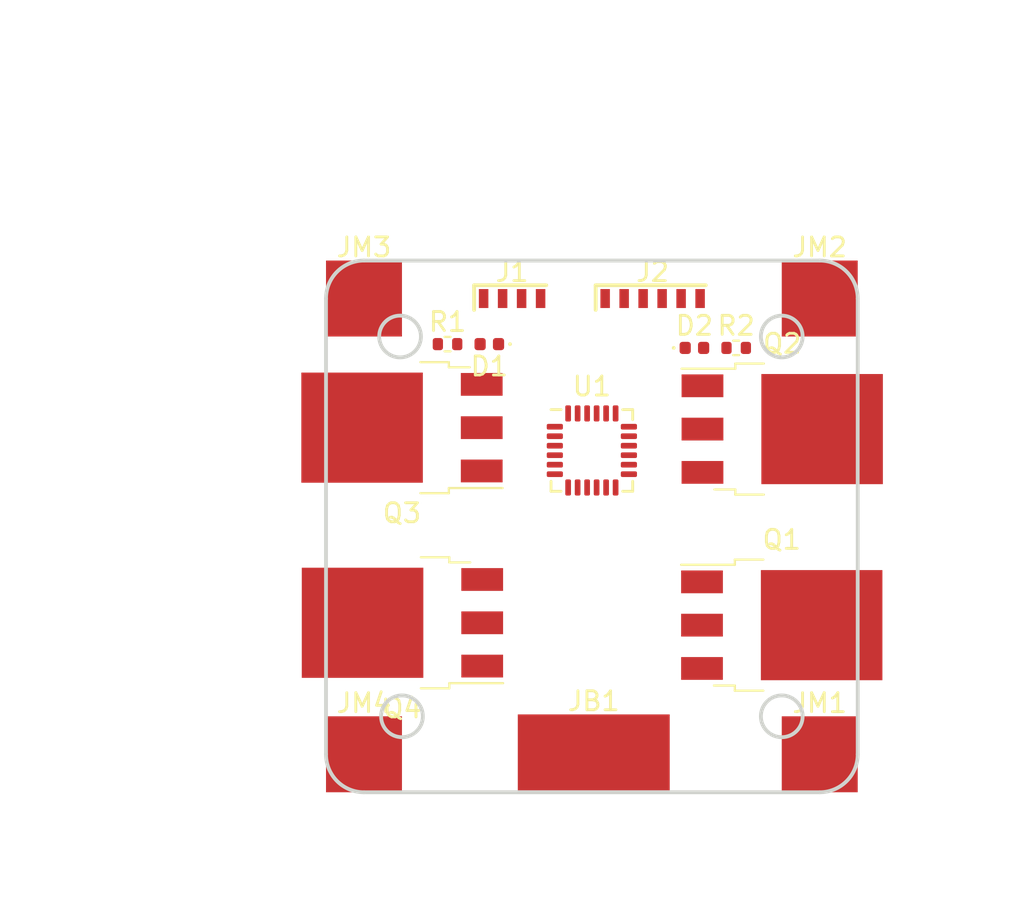
<source format=kicad_pcb>
(kicad_pcb (version 20171130) (host pcbnew 5.1.7)

  (general
    (thickness 2)
    (drawings 16)
    (tracks 0)
    (zones 0)
    (modules 16)
    (nets 25)
  )

  (page A4)
  (title_block
    (title FM02-MB-1)
    (date 2020-10-18)
    (rev v0.1)
    (company sceext2020)
  )

  (layers
    (0 F.Cu mixed)
    (31 B.Cu power)
    (33 F.Adhes user)
    (35 F.Paste user)
    (37 F.SilkS user)
    (38 B.Mask user)
    (39 F.Mask user)
    (40 Dwgs.User user)
    (41 Cmts.User user)
    (42 Eco1.User user)
    (43 Eco2.User user)
    (44 Edge.Cuts user)
    (45 Margin user)
    (46 B.CrtYd user)
    (47 F.CrtYd user)
    (49 F.Fab user)
  )

  (setup
    (last_trace_width 0.2)
    (user_trace_width 0.254)
    (user_trace_width 0.3)
    (user_trace_width 6)
    (trace_clearance 0.16)
    (zone_clearance 0.508)
    (zone_45_only no)
    (trace_min 0.2)
    (via_size 0.5)
    (via_drill 0.4)
    (via_min_size 0.4)
    (via_min_drill 0.4)
    (uvia_size 0.5)
    (uvia_drill 0.4)
    (uvias_allowed no)
    (uvia_min_size 0.4)
    (uvia_min_drill 0.4)
    (edge_width 0.2)
    (segment_width 0.3)
    (pcb_text_width 0.3)
    (pcb_text_size 2.6 4)
    (mod_edge_width 0.2)
    (mod_text_size 1.3 2)
    (mod_text_width 0.2)
    (pad_size 1.524 1.524)
    (pad_drill 0.762)
    (pad_to_mask_clearance 0)
    (aux_axis_origin 154 84)
    (grid_origin 154 84)
    (visible_elements FFFDFF7F)
    (pcbplotparams
      (layerselection 0x010fc_ffffffff)
      (usegerberextensions false)
      (usegerberattributes true)
      (usegerberadvancedattributes true)
      (creategerberjobfile true)
      (excludeedgelayer true)
      (linewidth 0.100000)
      (plotframeref false)
      (viasonmask false)
      (mode 1)
      (useauxorigin false)
      (hpglpennumber 1)
      (hpglpenspeed 20)
      (hpglpendiameter 15.000000)
      (psnegative false)
      (psa4output false)
      (plotreference true)
      (plotvalue true)
      (plotinvisibletext false)
      (padsonsilk false)
      (subtractmaskfromsilk false)
      (outputformat 1)
      (mirror false)
      (drillshape 1)
      (scaleselection 1)
      (outputdirectory ""))
  )

  (net 0 "")
  (net 1 "Net-(D1-Pad2)")
  (net 2 GND)
  (net 3 "Net-(D2-Pad2)")
  (net 4 /QC4)
  (net 5 /QC3)
  (net 6 /QC2)
  (net 7 /QC1)
  (net 8 /SDA1)
  (net 9 /SCL1)
  (net 10 /LED2)
  (net 11 +3V3)
  (net 12 +5V)
  (net 13 +BATT)
  (net 14 /M1)
  (net 15 /M2)
  (net 16 /M3)
  (net 17 /M4)
  (net 18 "Net-(U1-Pad20)")
  (net 19 "Net-(U1-Pad12)")
  (net 20 "Net-(U1-Pad11)")
  (net 21 "Net-(U1-Pad10)")
  (net 22 "Net-(U1-Pad7)")
  (net 23 "Net-(U1-Pad6)")
  (net 24 "Net-(U1-Pad1)")

  (net_class Default "This is the default net class."
    (clearance 0.16)
    (trace_width 0.2)
    (via_dia 0.5)
    (via_drill 0.4)
    (uvia_dia 0.5)
    (uvia_drill 0.4)
    (add_net +3V3)
    (add_net +5V)
    (add_net +BATT)
    (add_net /LED2)
    (add_net /M1)
    (add_net /M2)
    (add_net /M3)
    (add_net /M4)
    (add_net /QC1)
    (add_net /QC2)
    (add_net /QC3)
    (add_net /QC4)
    (add_net /SCL1)
    (add_net /SDA1)
    (add_net GND)
    (add_net "Net-(D1-Pad2)")
    (add_net "Net-(D2-Pad2)")
    (add_net "Net-(U1-Pad1)")
    (add_net "Net-(U1-Pad10)")
    (add_net "Net-(U1-Pad11)")
    (add_net "Net-(U1-Pad12)")
    (add_net "Net-(U1-Pad20)")
    (add_net "Net-(U1-Pad6)")
    (add_net "Net-(U1-Pad7)")
  )

  (module Sensor_Motion:InvenSense_QFN-24_4x4mm_P0.5mm (layer F.Cu) (tedit 5B5A6D8E) (tstamp 5F8D77BC)
    (at 154 80)
    (descr "24-Lead Plastic QFN (4mm x 4mm); Pitch 0.5mm; EP 2.7x2.6mm; for InvenSense motion sensors; keepout area marked (Package see: https://store.invensense.com/datasheets/invensense/MPU-6050_DataSheet_V3%204.pdf; See also https://www.invensense.com/wp-content/uploads/2015/02/InvenSense-MEMS-Handling.pdf)")
    (tags "QFN 0.5")
    (path /5F8CBF4E)
    (attr smd)
    (fp_text reference U1 (at 0 -3.375) (layer F.SilkS)
      (effects (font (size 1 1) (thickness 0.15)))
    )
    (fp_text value MPU-6050 (at 0 3.375) (layer F.Fab)
      (effects (font (size 1 1) (thickness 0.15)))
    )
    (fp_text user Component (at 0 0.55) (layer Cmts.User)
      (effects (font (size 0.2 0.2) (thickness 0.04)))
    )
    (fp_text user "Directly Below" (at 0 0.25) (layer Cmts.User)
      (effects (font (size 0.2 0.2) (thickness 0.04)))
    )
    (fp_text user "No Copper" (at 0 -0.1) (layer Cmts.User)
      (effects (font (size 0.2 0.2) (thickness 0.04)))
    )
    (fp_text user KEEPOUT (at 0 -0.5) (layer Cmts.User)
      (effects (font (size 0.2 0.2) (thickness 0.04)))
    )
    (fp_text user %R (at 0 0) (layer F.Fab)
      (effects (font (size 1 1) (thickness 0.15)))
    )
    (fp_line (start -1 -2) (end 2 -2) (layer F.Fab) (width 0.15))
    (fp_line (start 2 -2) (end 2 2) (layer F.Fab) (width 0.15))
    (fp_line (start 2 2) (end -2 2) (layer F.Fab) (width 0.15))
    (fp_line (start -2 2) (end -2 -1) (layer F.Fab) (width 0.15))
    (fp_line (start -2 -1) (end -1 -2) (layer F.Fab) (width 0.15))
    (fp_line (start -2.65 -2.65) (end -2.65 2.65) (layer F.CrtYd) (width 0.05))
    (fp_line (start 2.65 -2.65) (end 2.65 2.65) (layer F.CrtYd) (width 0.05))
    (fp_line (start -2.65 -2.65) (end 2.65 -2.65) (layer F.CrtYd) (width 0.05))
    (fp_line (start -2.65 2.65) (end 2.65 2.65) (layer F.CrtYd) (width 0.05))
    (fp_line (start 2.15 -2.15) (end 2.15 -1.625) (layer F.SilkS) (width 0.15))
    (fp_line (start -2.15 2.15) (end -2.15 1.625) (layer F.SilkS) (width 0.15))
    (fp_line (start 2.15 2.15) (end 2.15 1.625) (layer F.SilkS) (width 0.15))
    (fp_line (start -2.15 -2.15) (end -1.625 -2.15) (layer F.SilkS) (width 0.15))
    (fp_line (start -2.15 2.15) (end -1.625 2.15) (layer F.SilkS) (width 0.15))
    (fp_line (start 2.15 2.15) (end 1.625 2.15) (layer F.SilkS) (width 0.15))
    (fp_line (start 2.15 -2.15) (end 1.625 -2.15) (layer F.SilkS) (width 0.15))
    (fp_line (start 1.375 1.325) (end 1.375 -1.325) (layer Dwgs.User) (width 0.05))
    (fp_line (start -1.375 1.325) (end -1.375 -1.325) (layer Dwgs.User) (width 0.05))
    (fp_line (start 1.375 -1.325) (end -1.375 -1.325) (layer Dwgs.User) (width 0.05))
    (fp_line (start 1.375 1.325) (end -1.375 1.325) (layer Dwgs.User) (width 0.05))
    (fp_line (start 1.375 0.825) (end 0.875 1.325) (layer Dwgs.User) (width 0.05))
    (fp_line (start 1.375 0.325) (end 0.375 1.325) (layer Dwgs.User) (width 0.05))
    (fp_line (start 1.375 -0.175) (end -0.125 1.325) (layer Dwgs.User) (width 0.05))
    (fp_line (start 1.375 -0.675) (end -0.625 1.325) (layer Dwgs.User) (width 0.05))
    (fp_line (start 1.375 -1.175) (end -1.125 1.325) (layer Dwgs.User) (width 0.05))
    (fp_line (start 1.025 -1.325) (end -1.375 1.075) (layer Dwgs.User) (width 0.05))
    (fp_line (start 0.525 -1.325) (end -1.375 0.575) (layer Dwgs.User) (width 0.05))
    (fp_line (start 0.025 -1.325) (end -1.375 0.075) (layer Dwgs.User) (width 0.05))
    (fp_line (start -0.475 -1.325) (end -1.375 -0.425) (layer Dwgs.User) (width 0.05))
    (fp_line (start -0.975 -1.325) (end -1.375 -0.925) (layer Dwgs.User) (width 0.05))
    (pad 24 smd roundrect (at -1.25 -1.95 90) (size 0.85 0.3) (layers F.Cu F.Paste F.Mask) (roundrect_rratio 0.25)
      (net 8 /SDA1))
    (pad 23 smd roundrect (at -0.75 -1.95 90) (size 0.85 0.3) (layers F.Cu F.Paste F.Mask) (roundrect_rratio 0.25)
      (net 9 /SCL1))
    (pad 22 smd roundrect (at -0.25 -1.95 90) (size 0.85 0.3) (layers F.Cu F.Paste F.Mask) (roundrect_rratio 0.25))
    (pad 21 smd roundrect (at 0.25 -1.95 90) (size 0.85 0.3) (layers F.Cu F.Paste F.Mask) (roundrect_rratio 0.25))
    (pad 20 smd roundrect (at 0.75 -1.95 90) (size 0.85 0.3) (layers F.Cu F.Paste F.Mask) (roundrect_rratio 0.25)
      (net 18 "Net-(U1-Pad20)"))
    (pad 19 smd roundrect (at 1.25 -1.95 90) (size 0.85 0.3) (layers F.Cu F.Paste F.Mask) (roundrect_rratio 0.25))
    (pad 18 smd roundrect (at 1.95 -1.25) (size 0.85 0.3) (layers F.Cu F.Paste F.Mask) (roundrect_rratio 0.25)
      (net 2 GND))
    (pad 17 smd roundrect (at 1.95 -0.75) (size 0.85 0.3) (layers F.Cu F.Paste F.Mask) (roundrect_rratio 0.25))
    (pad 16 smd roundrect (at 1.95 -0.25) (size 0.85 0.3) (layers F.Cu F.Paste F.Mask) (roundrect_rratio 0.25))
    (pad 15 smd roundrect (at 1.95 0.25) (size 0.85 0.3) (layers F.Cu F.Paste F.Mask) (roundrect_rratio 0.25))
    (pad 14 smd roundrect (at 1.95 0.75) (size 0.85 0.3) (layers F.Cu F.Paste F.Mask) (roundrect_rratio 0.25))
    (pad 13 smd roundrect (at 1.95 1.25) (size 0.85 0.3) (layers F.Cu F.Paste F.Mask) (roundrect_rratio 0.25)
      (net 11 +3V3))
    (pad 12 smd roundrect (at 1.25 1.95 90) (size 0.85 0.3) (layers F.Cu F.Paste F.Mask) (roundrect_rratio 0.25)
      (net 19 "Net-(U1-Pad12)"))
    (pad 11 smd roundrect (at 0.75 1.95 90) (size 0.85 0.3) (layers F.Cu F.Paste F.Mask) (roundrect_rratio 0.25)
      (net 20 "Net-(U1-Pad11)"))
    (pad 10 smd roundrect (at 0.25 1.95 90) (size 0.85 0.3) (layers F.Cu F.Paste F.Mask) (roundrect_rratio 0.25)
      (net 21 "Net-(U1-Pad10)"))
    (pad 9 smd roundrect (at -0.25 1.95 90) (size 0.85 0.3) (layers F.Cu F.Paste F.Mask) (roundrect_rratio 0.25)
      (net 2 GND))
    (pad 8 smd roundrect (at -0.75 1.95 90) (size 0.85 0.3) (layers F.Cu F.Paste F.Mask) (roundrect_rratio 0.25)
      (net 11 +3V3))
    (pad 7 smd roundrect (at -1.25 1.95 90) (size 0.85 0.3) (layers F.Cu F.Paste F.Mask) (roundrect_rratio 0.25)
      (net 22 "Net-(U1-Pad7)"))
    (pad 6 smd roundrect (at -1.95 1.25) (size 0.85 0.3) (layers F.Cu F.Paste F.Mask) (roundrect_rratio 0.25)
      (net 23 "Net-(U1-Pad6)"))
    (pad 5 smd roundrect (at -1.95 0.75) (size 0.85 0.3) (layers F.Cu F.Paste F.Mask) (roundrect_rratio 0.25))
    (pad 4 smd roundrect (at -1.95 0.25) (size 0.85 0.3) (layers F.Cu F.Paste F.Mask) (roundrect_rratio 0.25))
    (pad 3 smd roundrect (at -1.95 -0.25) (size 0.85 0.3) (layers F.Cu F.Paste F.Mask) (roundrect_rratio 0.25))
    (pad 2 smd roundrect (at -1.95 -0.75) (size 0.85 0.3) (layers F.Cu F.Paste F.Mask) (roundrect_rratio 0.25))
    (pad 1 smd roundrect (at -1.95 -1.25) (size 0.85 0.3) (layers F.Cu F.Paste F.Mask) (roundrect_rratio 0.25)
      (net 24 "Net-(U1-Pad1)"))
    (model ${KISYS3DMOD}/Package_DFN_QFN.3dshapes/QFN-24-1EP_4x4mm_P0.5mm_EP2.7x2.6mm.wrl
      (at (xyz 0 0 0))
      (scale (xyz 1 1 1))
      (rotate (xyz 0 0 0))
    )
  )

  (module Resistor_SMD:R_0402_1005Metric (layer F.Cu) (tedit 5F68FEEE) (tstamp 5F8D777D)
    (at 161.6 74.6)
    (descr "Resistor SMD 0402 (1005 Metric), square (rectangular) end terminal, IPC_7351 nominal, (Body size source: IPC-SM-782 page 72, https://www.pcb-3d.com/wordpress/wp-content/uploads/ipc-sm-782a_amendment_1_and_2.pdf), generated with kicad-footprint-generator")
    (tags resistor)
    (path /5F8D8CCB)
    (attr smd)
    (fp_text reference R2 (at 0 -1.17) (layer F.SilkS)
      (effects (font (size 1 1) (thickness 0.15)))
    )
    (fp_text value 100 (at 0 1.17) (layer F.Fab)
      (effects (font (size 1 1) (thickness 0.15)))
    )
    (fp_text user %R (at 0 0) (layer F.Fab)
      (effects (font (size 0.26 0.26) (thickness 0.04)))
    )
    (fp_line (start -0.525 0.27) (end -0.525 -0.27) (layer F.Fab) (width 0.1))
    (fp_line (start -0.525 -0.27) (end 0.525 -0.27) (layer F.Fab) (width 0.1))
    (fp_line (start 0.525 -0.27) (end 0.525 0.27) (layer F.Fab) (width 0.1))
    (fp_line (start 0.525 0.27) (end -0.525 0.27) (layer F.Fab) (width 0.1))
    (fp_line (start -0.153641 -0.38) (end 0.153641 -0.38) (layer F.SilkS) (width 0.12))
    (fp_line (start -0.153641 0.38) (end 0.153641 0.38) (layer F.SilkS) (width 0.12))
    (fp_line (start -0.93 0.47) (end -0.93 -0.47) (layer F.CrtYd) (width 0.05))
    (fp_line (start -0.93 -0.47) (end 0.93 -0.47) (layer F.CrtYd) (width 0.05))
    (fp_line (start 0.93 -0.47) (end 0.93 0.47) (layer F.CrtYd) (width 0.05))
    (fp_line (start 0.93 0.47) (end -0.93 0.47) (layer F.CrtYd) (width 0.05))
    (pad 2 smd roundrect (at 0.51 0) (size 0.54 0.64) (layers F.Cu F.Paste F.Mask) (roundrect_rratio 0.25)
      (net 3 "Net-(D2-Pad2)"))
    (pad 1 smd roundrect (at -0.51 0) (size 0.54 0.64) (layers F.Cu F.Paste F.Mask) (roundrect_rratio 0.25)
      (net 10 /LED2))
    (model ${KISYS3DMOD}/Resistor_SMD.3dshapes/R_0402_1005Metric.wrl
      (at (xyz 0 0 0))
      (scale (xyz 1 1 1))
      (rotate (xyz 0 0 0))
    )
  )

  (module Resistor_SMD:R_0402_1005Metric (layer F.Cu) (tedit 5F68FEEE) (tstamp 5F8D776C)
    (at 146.4 74.4)
    (descr "Resistor SMD 0402 (1005 Metric), square (rectangular) end terminal, IPC_7351 nominal, (Body size source: IPC-SM-782 page 72, https://www.pcb-3d.com/wordpress/wp-content/uploads/ipc-sm-782a_amendment_1_and_2.pdf), generated with kicad-footprint-generator")
    (tags resistor)
    (path /5F8D4647)
    (attr smd)
    (fp_text reference R1 (at 0 -1.17) (layer F.SilkS)
      (effects (font (size 1 1) (thickness 0.15)))
    )
    (fp_text value 100 (at 0 1.17) (layer F.Fab)
      (effects (font (size 1 1) (thickness 0.15)))
    )
    (fp_text user %R (at 0 0) (layer F.Fab)
      (effects (font (size 0.26 0.26) (thickness 0.04)))
    )
    (fp_line (start -0.525 0.27) (end -0.525 -0.27) (layer F.Fab) (width 0.1))
    (fp_line (start -0.525 -0.27) (end 0.525 -0.27) (layer F.Fab) (width 0.1))
    (fp_line (start 0.525 -0.27) (end 0.525 0.27) (layer F.Fab) (width 0.1))
    (fp_line (start 0.525 0.27) (end -0.525 0.27) (layer F.Fab) (width 0.1))
    (fp_line (start -0.153641 -0.38) (end 0.153641 -0.38) (layer F.SilkS) (width 0.12))
    (fp_line (start -0.153641 0.38) (end 0.153641 0.38) (layer F.SilkS) (width 0.12))
    (fp_line (start -0.93 0.47) (end -0.93 -0.47) (layer F.CrtYd) (width 0.05))
    (fp_line (start -0.93 -0.47) (end 0.93 -0.47) (layer F.CrtYd) (width 0.05))
    (fp_line (start 0.93 -0.47) (end 0.93 0.47) (layer F.CrtYd) (width 0.05))
    (fp_line (start 0.93 0.47) (end -0.93 0.47) (layer F.CrtYd) (width 0.05))
    (pad 2 smd roundrect (at 0.51 0) (size 0.54 0.64) (layers F.Cu F.Paste F.Mask) (roundrect_rratio 0.25)
      (net 1 "Net-(D1-Pad2)"))
    (pad 1 smd roundrect (at -0.51 0) (size 0.54 0.64) (layers F.Cu F.Paste F.Mask) (roundrect_rratio 0.25)
      (net 11 +3V3))
    (model ${KISYS3DMOD}/Resistor_SMD.3dshapes/R_0402_1005Metric.wrl
      (at (xyz 0 0 0))
      (scale (xyz 1 1 1))
      (rotate (xyz 0 0 0))
    )
  )

  (module Package_TO_SOT_SMD:TO-252-3_TabPin2 (layer F.Cu) (tedit 5A70F30B) (tstamp 5F8D775B)
    (at 144.025 89.075 180)
    (descr "TO-252 / DPAK SMD package, http://www.infineon.com/cms/en/product/packages/PG-TO252/PG-TO252-3-1/")
    (tags "DPAK TO-252 DPAK-3 TO-252-3 SOT-428")
    (path /5F8C48F1)
    (attr smd)
    (fp_text reference Q4 (at 0 -4.5) (layer F.SilkS)
      (effects (font (size 1 1) (thickness 0.15)))
    )
    (fp_text value Q_NMOS_DGS (at 0 4.5) (layer F.Fab)
      (effects (font (size 1 1) (thickness 0.15)))
    )
    (fp_text user %R (at 0 0) (layer F.Fab)
      (effects (font (size 1 1) (thickness 0.15)))
    )
    (fp_line (start 3.95 -2.7) (end 4.95 -2.7) (layer F.Fab) (width 0.1))
    (fp_line (start 4.95 -2.7) (end 4.95 2.7) (layer F.Fab) (width 0.1))
    (fp_line (start 4.95 2.7) (end 3.95 2.7) (layer F.Fab) (width 0.1))
    (fp_line (start 3.95 -3.25) (end 3.95 3.25) (layer F.Fab) (width 0.1))
    (fp_line (start 3.95 3.25) (end -2.27 3.25) (layer F.Fab) (width 0.1))
    (fp_line (start -2.27 3.25) (end -2.27 -2.25) (layer F.Fab) (width 0.1))
    (fp_line (start -2.27 -2.25) (end -1.27 -3.25) (layer F.Fab) (width 0.1))
    (fp_line (start -1.27 -3.25) (end 3.95 -3.25) (layer F.Fab) (width 0.1))
    (fp_line (start -1.865 -2.655) (end -4.97 -2.655) (layer F.Fab) (width 0.1))
    (fp_line (start -4.97 -2.655) (end -4.97 -1.905) (layer F.Fab) (width 0.1))
    (fp_line (start -4.97 -1.905) (end -2.27 -1.905) (layer F.Fab) (width 0.1))
    (fp_line (start -2.27 -0.375) (end -4.97 -0.375) (layer F.Fab) (width 0.1))
    (fp_line (start -4.97 -0.375) (end -4.97 0.375) (layer F.Fab) (width 0.1))
    (fp_line (start -4.97 0.375) (end -2.27 0.375) (layer F.Fab) (width 0.1))
    (fp_line (start -2.27 1.905) (end -4.97 1.905) (layer F.Fab) (width 0.1))
    (fp_line (start -4.97 1.905) (end -4.97 2.655) (layer F.Fab) (width 0.1))
    (fp_line (start -4.97 2.655) (end -2.27 2.655) (layer F.Fab) (width 0.1))
    (fp_line (start -0.97 -3.45) (end -2.47 -3.45) (layer F.SilkS) (width 0.12))
    (fp_line (start -2.47 -3.45) (end -2.47 -3.18) (layer F.SilkS) (width 0.12))
    (fp_line (start -2.47 -3.18) (end -5.3 -3.18) (layer F.SilkS) (width 0.12))
    (fp_line (start -0.97 3.45) (end -2.47 3.45) (layer F.SilkS) (width 0.12))
    (fp_line (start -2.47 3.45) (end -2.47 3.18) (layer F.SilkS) (width 0.12))
    (fp_line (start -2.47 3.18) (end -3.57 3.18) (layer F.SilkS) (width 0.12))
    (fp_line (start -5.55 -3.5) (end -5.55 3.5) (layer F.CrtYd) (width 0.05))
    (fp_line (start -5.55 3.5) (end 5.55 3.5) (layer F.CrtYd) (width 0.05))
    (fp_line (start 5.55 3.5) (end 5.55 -3.5) (layer F.CrtYd) (width 0.05))
    (fp_line (start 5.55 -3.5) (end -5.55 -3.5) (layer F.CrtYd) (width 0.05))
    (pad "" smd rect (at 0.425 1.525 180) (size 3.05 2.75) (layers F.Paste))
    (pad "" smd rect (at 3.775 -1.525 180) (size 3.05 2.75) (layers F.Paste))
    (pad "" smd rect (at 0.425 -1.525 180) (size 3.05 2.75) (layers F.Paste))
    (pad "" smd rect (at 3.775 1.525 180) (size 3.05 2.75) (layers F.Paste))
    (pad 2 smd rect (at 2.1 0 180) (size 6.4 5.8) (layers F.Cu F.Mask)
      (net 4 /QC4))
    (pad 3 smd rect (at -4.2 2.28 180) (size 2.2 1.2) (layers F.Cu F.Paste F.Mask)
      (net 17 /M4))
    (pad 2 smd rect (at -4.2 0 180) (size 2.2 1.2) (layers F.Cu F.Paste F.Mask)
      (net 4 /QC4))
    (pad 1 smd rect (at -4.2 -2.28 180) (size 2.2 1.2) (layers F.Cu F.Paste F.Mask)
      (net 13 +BATT))
    (model ${KISYS3DMOD}/Package_TO_SOT_SMD.3dshapes/TO-252-3_TabPin2.wrl
      (at (xyz 0 0 0))
      (scale (xyz 1 1 1))
      (rotate (xyz 0 0 0))
    )
  )

  (module Package_TO_SOT_SMD:TO-252-3_TabPin2 (layer F.Cu) (tedit 5A70F30B) (tstamp 5F8D7733)
    (at 144 78.8 180)
    (descr "TO-252 / DPAK SMD package, http://www.infineon.com/cms/en/product/packages/PG-TO252/PG-TO252-3-1/")
    (tags "DPAK TO-252 DPAK-3 TO-252-3 SOT-428")
    (path /5F8C42D7)
    (attr smd)
    (fp_text reference Q3 (at 0 -4.5) (layer F.SilkS)
      (effects (font (size 1 1) (thickness 0.15)))
    )
    (fp_text value Q_NMOS_DGS (at 0 4.5) (layer F.Fab)
      (effects (font (size 1 1) (thickness 0.15)))
    )
    (fp_text user %R (at 0 0) (layer F.Fab)
      (effects (font (size 1 1) (thickness 0.15)))
    )
    (fp_line (start 3.95 -2.7) (end 4.95 -2.7) (layer F.Fab) (width 0.1))
    (fp_line (start 4.95 -2.7) (end 4.95 2.7) (layer F.Fab) (width 0.1))
    (fp_line (start 4.95 2.7) (end 3.95 2.7) (layer F.Fab) (width 0.1))
    (fp_line (start 3.95 -3.25) (end 3.95 3.25) (layer F.Fab) (width 0.1))
    (fp_line (start 3.95 3.25) (end -2.27 3.25) (layer F.Fab) (width 0.1))
    (fp_line (start -2.27 3.25) (end -2.27 -2.25) (layer F.Fab) (width 0.1))
    (fp_line (start -2.27 -2.25) (end -1.27 -3.25) (layer F.Fab) (width 0.1))
    (fp_line (start -1.27 -3.25) (end 3.95 -3.25) (layer F.Fab) (width 0.1))
    (fp_line (start -1.865 -2.655) (end -4.97 -2.655) (layer F.Fab) (width 0.1))
    (fp_line (start -4.97 -2.655) (end -4.97 -1.905) (layer F.Fab) (width 0.1))
    (fp_line (start -4.97 -1.905) (end -2.27 -1.905) (layer F.Fab) (width 0.1))
    (fp_line (start -2.27 -0.375) (end -4.97 -0.375) (layer F.Fab) (width 0.1))
    (fp_line (start -4.97 -0.375) (end -4.97 0.375) (layer F.Fab) (width 0.1))
    (fp_line (start -4.97 0.375) (end -2.27 0.375) (layer F.Fab) (width 0.1))
    (fp_line (start -2.27 1.905) (end -4.97 1.905) (layer F.Fab) (width 0.1))
    (fp_line (start -4.97 1.905) (end -4.97 2.655) (layer F.Fab) (width 0.1))
    (fp_line (start -4.97 2.655) (end -2.27 2.655) (layer F.Fab) (width 0.1))
    (fp_line (start -0.97 -3.45) (end -2.47 -3.45) (layer F.SilkS) (width 0.12))
    (fp_line (start -2.47 -3.45) (end -2.47 -3.18) (layer F.SilkS) (width 0.12))
    (fp_line (start -2.47 -3.18) (end -5.3 -3.18) (layer F.SilkS) (width 0.12))
    (fp_line (start -0.97 3.45) (end -2.47 3.45) (layer F.SilkS) (width 0.12))
    (fp_line (start -2.47 3.45) (end -2.47 3.18) (layer F.SilkS) (width 0.12))
    (fp_line (start -2.47 3.18) (end -3.57 3.18) (layer F.SilkS) (width 0.12))
    (fp_line (start -5.55 -3.5) (end -5.55 3.5) (layer F.CrtYd) (width 0.05))
    (fp_line (start -5.55 3.5) (end 5.55 3.5) (layer F.CrtYd) (width 0.05))
    (fp_line (start 5.55 3.5) (end 5.55 -3.5) (layer F.CrtYd) (width 0.05))
    (fp_line (start 5.55 -3.5) (end -5.55 -3.5) (layer F.CrtYd) (width 0.05))
    (pad "" smd rect (at 0.425 1.525 180) (size 3.05 2.75) (layers F.Paste))
    (pad "" smd rect (at 3.775 -1.525 180) (size 3.05 2.75) (layers F.Paste))
    (pad "" smd rect (at 0.425 -1.525 180) (size 3.05 2.75) (layers F.Paste))
    (pad "" smd rect (at 3.775 1.525 180) (size 3.05 2.75) (layers F.Paste))
    (pad 2 smd rect (at 2.1 0 180) (size 6.4 5.8) (layers F.Cu F.Mask)
      (net 5 /QC3))
    (pad 3 smd rect (at -4.2 2.28 180) (size 2.2 1.2) (layers F.Cu F.Paste F.Mask)
      (net 16 /M3))
    (pad 2 smd rect (at -4.2 0 180) (size 2.2 1.2) (layers F.Cu F.Paste F.Mask)
      (net 5 /QC3))
    (pad 1 smd rect (at -4.2 -2.28 180) (size 2.2 1.2) (layers F.Cu F.Paste F.Mask)
      (net 13 +BATT))
    (model ${KISYS3DMOD}/Package_TO_SOT_SMD.3dshapes/TO-252-3_TabPin2.wrl
      (at (xyz 0 0 0))
      (scale (xyz 1 1 1))
      (rotate (xyz 0 0 0))
    )
  )

  (module Package_TO_SOT_SMD:TO-252-3_TabPin2 (layer F.Cu) (tedit 5A70F30B) (tstamp 5F8D770B)
    (at 164.025 78.875)
    (descr "TO-252 / DPAK SMD package, http://www.infineon.com/cms/en/product/packages/PG-TO252/PG-TO252-3-1/")
    (tags "DPAK TO-252 DPAK-3 TO-252-3 SOT-428")
    (path /5F8C3CDC)
    (attr smd)
    (fp_text reference Q2 (at 0 -4.5) (layer F.SilkS)
      (effects (font (size 1 1) (thickness 0.15)))
    )
    (fp_text value Q_NMOS_DGS (at 0 4.5) (layer F.Fab)
      (effects (font (size 1 1) (thickness 0.15)))
    )
    (fp_text user %R (at 0 0) (layer F.Fab)
      (effects (font (size 1 1) (thickness 0.15)))
    )
    (fp_line (start 3.95 -2.7) (end 4.95 -2.7) (layer F.Fab) (width 0.1))
    (fp_line (start 4.95 -2.7) (end 4.95 2.7) (layer F.Fab) (width 0.1))
    (fp_line (start 4.95 2.7) (end 3.95 2.7) (layer F.Fab) (width 0.1))
    (fp_line (start 3.95 -3.25) (end 3.95 3.25) (layer F.Fab) (width 0.1))
    (fp_line (start 3.95 3.25) (end -2.27 3.25) (layer F.Fab) (width 0.1))
    (fp_line (start -2.27 3.25) (end -2.27 -2.25) (layer F.Fab) (width 0.1))
    (fp_line (start -2.27 -2.25) (end -1.27 -3.25) (layer F.Fab) (width 0.1))
    (fp_line (start -1.27 -3.25) (end 3.95 -3.25) (layer F.Fab) (width 0.1))
    (fp_line (start -1.865 -2.655) (end -4.97 -2.655) (layer F.Fab) (width 0.1))
    (fp_line (start -4.97 -2.655) (end -4.97 -1.905) (layer F.Fab) (width 0.1))
    (fp_line (start -4.97 -1.905) (end -2.27 -1.905) (layer F.Fab) (width 0.1))
    (fp_line (start -2.27 -0.375) (end -4.97 -0.375) (layer F.Fab) (width 0.1))
    (fp_line (start -4.97 -0.375) (end -4.97 0.375) (layer F.Fab) (width 0.1))
    (fp_line (start -4.97 0.375) (end -2.27 0.375) (layer F.Fab) (width 0.1))
    (fp_line (start -2.27 1.905) (end -4.97 1.905) (layer F.Fab) (width 0.1))
    (fp_line (start -4.97 1.905) (end -4.97 2.655) (layer F.Fab) (width 0.1))
    (fp_line (start -4.97 2.655) (end -2.27 2.655) (layer F.Fab) (width 0.1))
    (fp_line (start -0.97 -3.45) (end -2.47 -3.45) (layer F.SilkS) (width 0.12))
    (fp_line (start -2.47 -3.45) (end -2.47 -3.18) (layer F.SilkS) (width 0.12))
    (fp_line (start -2.47 -3.18) (end -5.3 -3.18) (layer F.SilkS) (width 0.12))
    (fp_line (start -0.97 3.45) (end -2.47 3.45) (layer F.SilkS) (width 0.12))
    (fp_line (start -2.47 3.45) (end -2.47 3.18) (layer F.SilkS) (width 0.12))
    (fp_line (start -2.47 3.18) (end -3.57 3.18) (layer F.SilkS) (width 0.12))
    (fp_line (start -5.55 -3.5) (end -5.55 3.5) (layer F.CrtYd) (width 0.05))
    (fp_line (start -5.55 3.5) (end 5.55 3.5) (layer F.CrtYd) (width 0.05))
    (fp_line (start 5.55 3.5) (end 5.55 -3.5) (layer F.CrtYd) (width 0.05))
    (fp_line (start 5.55 -3.5) (end -5.55 -3.5) (layer F.CrtYd) (width 0.05))
    (pad "" smd rect (at 0.425 1.525) (size 3.05 2.75) (layers F.Paste))
    (pad "" smd rect (at 3.775 -1.525) (size 3.05 2.75) (layers F.Paste))
    (pad "" smd rect (at 0.425 -1.525) (size 3.05 2.75) (layers F.Paste))
    (pad "" smd rect (at 3.775 1.525) (size 3.05 2.75) (layers F.Paste))
    (pad 2 smd rect (at 2.1 0) (size 6.4 5.8) (layers F.Cu F.Mask)
      (net 6 /QC2))
    (pad 3 smd rect (at -4.2 2.28) (size 2.2 1.2) (layers F.Cu F.Paste F.Mask)
      (net 15 /M2))
    (pad 2 smd rect (at -4.2 0) (size 2.2 1.2) (layers F.Cu F.Paste F.Mask)
      (net 6 /QC2))
    (pad 1 smd rect (at -4.2 -2.28) (size 2.2 1.2) (layers F.Cu F.Paste F.Mask)
      (net 13 +BATT))
    (model ${KISYS3DMOD}/Package_TO_SOT_SMD.3dshapes/TO-252-3_TabPin2.wrl
      (at (xyz 0 0 0))
      (scale (xyz 1 1 1))
      (rotate (xyz 0 0 0))
    )
  )

  (module Package_TO_SOT_SMD:TO-252-3_TabPin2 (layer F.Cu) (tedit 5A70F30B) (tstamp 5F8D76E3)
    (at 164 89.2)
    (descr "TO-252 / DPAK SMD package, http://www.infineon.com/cms/en/product/packages/PG-TO252/PG-TO252-3-1/")
    (tags "DPAK TO-252 DPAK-3 TO-252-3 SOT-428")
    (path /5F8C37E1)
    (attr smd)
    (fp_text reference Q1 (at 0 -4.5) (layer F.SilkS)
      (effects (font (size 1 1) (thickness 0.15)))
    )
    (fp_text value Q_NMOS_DGS (at 0 4.5) (layer F.Fab)
      (effects (font (size 1 1) (thickness 0.15)))
    )
    (fp_text user %R (at 0 0) (layer F.Fab)
      (effects (font (size 1 1) (thickness 0.15)))
    )
    (fp_line (start 3.95 -2.7) (end 4.95 -2.7) (layer F.Fab) (width 0.1))
    (fp_line (start 4.95 -2.7) (end 4.95 2.7) (layer F.Fab) (width 0.1))
    (fp_line (start 4.95 2.7) (end 3.95 2.7) (layer F.Fab) (width 0.1))
    (fp_line (start 3.95 -3.25) (end 3.95 3.25) (layer F.Fab) (width 0.1))
    (fp_line (start 3.95 3.25) (end -2.27 3.25) (layer F.Fab) (width 0.1))
    (fp_line (start -2.27 3.25) (end -2.27 -2.25) (layer F.Fab) (width 0.1))
    (fp_line (start -2.27 -2.25) (end -1.27 -3.25) (layer F.Fab) (width 0.1))
    (fp_line (start -1.27 -3.25) (end 3.95 -3.25) (layer F.Fab) (width 0.1))
    (fp_line (start -1.865 -2.655) (end -4.97 -2.655) (layer F.Fab) (width 0.1))
    (fp_line (start -4.97 -2.655) (end -4.97 -1.905) (layer F.Fab) (width 0.1))
    (fp_line (start -4.97 -1.905) (end -2.27 -1.905) (layer F.Fab) (width 0.1))
    (fp_line (start -2.27 -0.375) (end -4.97 -0.375) (layer F.Fab) (width 0.1))
    (fp_line (start -4.97 -0.375) (end -4.97 0.375) (layer F.Fab) (width 0.1))
    (fp_line (start -4.97 0.375) (end -2.27 0.375) (layer F.Fab) (width 0.1))
    (fp_line (start -2.27 1.905) (end -4.97 1.905) (layer F.Fab) (width 0.1))
    (fp_line (start -4.97 1.905) (end -4.97 2.655) (layer F.Fab) (width 0.1))
    (fp_line (start -4.97 2.655) (end -2.27 2.655) (layer F.Fab) (width 0.1))
    (fp_line (start -0.97 -3.45) (end -2.47 -3.45) (layer F.SilkS) (width 0.12))
    (fp_line (start -2.47 -3.45) (end -2.47 -3.18) (layer F.SilkS) (width 0.12))
    (fp_line (start -2.47 -3.18) (end -5.3 -3.18) (layer F.SilkS) (width 0.12))
    (fp_line (start -0.97 3.45) (end -2.47 3.45) (layer F.SilkS) (width 0.12))
    (fp_line (start -2.47 3.45) (end -2.47 3.18) (layer F.SilkS) (width 0.12))
    (fp_line (start -2.47 3.18) (end -3.57 3.18) (layer F.SilkS) (width 0.12))
    (fp_line (start -5.55 -3.5) (end -5.55 3.5) (layer F.CrtYd) (width 0.05))
    (fp_line (start -5.55 3.5) (end 5.55 3.5) (layer F.CrtYd) (width 0.05))
    (fp_line (start 5.55 3.5) (end 5.55 -3.5) (layer F.CrtYd) (width 0.05))
    (fp_line (start 5.55 -3.5) (end -5.55 -3.5) (layer F.CrtYd) (width 0.05))
    (pad "" smd rect (at 0.425 1.525) (size 3.05 2.75) (layers F.Paste))
    (pad "" smd rect (at 3.775 -1.525) (size 3.05 2.75) (layers F.Paste))
    (pad "" smd rect (at 0.425 -1.525) (size 3.05 2.75) (layers F.Paste))
    (pad "" smd rect (at 3.775 1.525) (size 3.05 2.75) (layers F.Paste))
    (pad 2 smd rect (at 2.1 0) (size 6.4 5.8) (layers F.Cu F.Mask)
      (net 7 /QC1))
    (pad 3 smd rect (at -4.2 2.28) (size 2.2 1.2) (layers F.Cu F.Paste F.Mask)
      (net 14 /M1))
    (pad 2 smd rect (at -4.2 0) (size 2.2 1.2) (layers F.Cu F.Paste F.Mask)
      (net 7 /QC1))
    (pad 1 smd rect (at -4.2 -2.28) (size 2.2 1.2) (layers F.Cu F.Paste F.Mask)
      (net 13 +BATT))
    (model ${KISYS3DMOD}/Package_TO_SOT_SMD.3dshapes/TO-252-3_TabPin2.wrl
      (at (xyz 0 0 0))
      (scale (xyz 1 1 1))
      (rotate (xyz 0 0 0))
    )
  )

  (module Connector_SMD:CSMD-JM1P (layer F.Cu) (tedit 5F8C4D09) (tstamp 5F8D76BB)
    (at 142 96)
    (path /5F8F58FA)
    (attr smd)
    (fp_text reference JM4 (at 0 -2.7) (layer F.SilkS)
      (effects (font (size 1 1) (thickness 0.15)))
    )
    (fp_text value Conn_01x01 (at 0 2.8) (layer F.Fab)
      (effects (font (size 1 1) (thickness 0.15)))
    )
    (fp_line (start -2.1 2.1) (end -2.1 -2.1) (layer F.CrtYd) (width 0.1))
    (fp_line (start 2.1 2.1) (end -2.1 2.1) (layer F.CrtYd) (width 0.1))
    (fp_line (start 2.1 -2.1) (end 2.1 2.1) (layer F.CrtYd) (width 0.1))
    (fp_line (start -2.1 -2.1) (end 2.1 -2.1) (layer F.CrtYd) (width 0.1))
    (pad 1 smd rect (at 0 0) (size 4 4) (layers F.Cu F.Paste F.Mask)
      (net 17 /M4))
  )

  (module Connector_SMD:CSMD-JM1P (layer F.Cu) (tedit 5F8C4D09) (tstamp 5F8D76B2)
    (at 142 72)
    (path /5F8F5337)
    (attr smd)
    (fp_text reference JM3 (at 0 -2.7) (layer F.SilkS)
      (effects (font (size 1 1) (thickness 0.15)))
    )
    (fp_text value Conn_01x01 (at 0 2.8) (layer F.Fab)
      (effects (font (size 1 1) (thickness 0.15)))
    )
    (fp_line (start -2.1 2.1) (end -2.1 -2.1) (layer F.CrtYd) (width 0.1))
    (fp_line (start 2.1 2.1) (end -2.1 2.1) (layer F.CrtYd) (width 0.1))
    (fp_line (start 2.1 -2.1) (end 2.1 2.1) (layer F.CrtYd) (width 0.1))
    (fp_line (start -2.1 -2.1) (end 2.1 -2.1) (layer F.CrtYd) (width 0.1))
    (pad 1 smd rect (at 0 0) (size 4 4) (layers F.Cu F.Paste F.Mask)
      (net 16 /M3))
  )

  (module Connector_SMD:CSMD-JM1P (layer F.Cu) (tedit 5F8C4D09) (tstamp 5F8D76A9)
    (at 166 72)
    (path /5F8F4DDF)
    (attr smd)
    (fp_text reference JM2 (at 0 -2.7) (layer F.SilkS)
      (effects (font (size 1 1) (thickness 0.15)))
    )
    (fp_text value Conn_01x01 (at 0 2.8) (layer F.Fab)
      (effects (font (size 1 1) (thickness 0.15)))
    )
    (fp_line (start -2.1 2.1) (end -2.1 -2.1) (layer F.CrtYd) (width 0.1))
    (fp_line (start 2.1 2.1) (end -2.1 2.1) (layer F.CrtYd) (width 0.1))
    (fp_line (start 2.1 -2.1) (end 2.1 2.1) (layer F.CrtYd) (width 0.1))
    (fp_line (start -2.1 -2.1) (end 2.1 -2.1) (layer F.CrtYd) (width 0.1))
    (pad 1 smd rect (at 0 0) (size 4 4) (layers F.Cu F.Paste F.Mask)
      (net 15 /M2))
  )

  (module Connector_SMD:CSMD-JM1P (layer F.Cu) (tedit 5F8C4D09) (tstamp 5F8D76A0)
    (at 166 96)
    (path /5F8F39CA)
    (attr smd)
    (fp_text reference JM1 (at 0 -2.7) (layer F.SilkS)
      (effects (font (size 1 1) (thickness 0.15)))
    )
    (fp_text value Conn_01x01 (at 0 2.8) (layer F.Fab)
      (effects (font (size 1 1) (thickness 0.15)))
    )
    (fp_line (start -2.1 2.1) (end -2.1 -2.1) (layer F.CrtYd) (width 0.1))
    (fp_line (start 2.1 2.1) (end -2.1 2.1) (layer F.CrtYd) (width 0.1))
    (fp_line (start 2.1 -2.1) (end 2.1 2.1) (layer F.CrtYd) (width 0.1))
    (fp_line (start -2.1 -2.1) (end 2.1 -2.1) (layer F.CrtYd) (width 0.1))
    (pad 1 smd rect (at 0 0) (size 4 4) (layers F.Cu F.Paste F.Mask)
      (net 14 /M1))
  )

  (module Connector_SMD:CSMD-JBATT (layer F.Cu) (tedit 5F8C4D1D) (tstamp 5F8D7697)
    (at 154.1 95.9)
    (path /5F8FCB2E)
    (attr smd)
    (fp_text reference JB1 (at 0 -2.7) (layer F.SilkS)
      (effects (font (size 1 1) (thickness 0.15)))
    )
    (fp_text value Conn_01x01 (at 0 2.8) (layer F.Fab)
      (effects (font (size 1 1) (thickness 0.15)))
    )
    (fp_line (start -4.1 2.1) (end -4.1 -2.1) (layer F.CrtYd) (width 0.1))
    (fp_line (start 4.1 2.1) (end -4.1 2.1) (layer F.CrtYd) (width 0.1))
    (fp_line (start 4.1 -2.1) (end 4.1 2.1) (layer F.CrtYd) (width 0.1))
    (fp_line (start -4.1 -2.1) (end 4.1 -2.1) (layer F.CrtYd) (width 0.1))
    (pad 1 smd rect (at 0 0) (size 8 4) (layers F.Cu F.Paste F.Mask)
      (net 13 +BATT))
  )

  (module Connector_SMD:CSMD-J6P (layer F.Cu) (tedit 5F8C5056) (tstamp 5F8D768E)
    (at 157.2 72)
    (path /5F9090D4)
    (attr smd)
    (fp_text reference J2 (at 0 -1.4) (layer F.SilkS)
      (effects (font (size 1 1) (thickness 0.15)))
    )
    (fp_text value Conn_01x06 (at 0 1.3) (layer F.Fab)
      (effects (font (size 1 1) (thickness 0.15)))
    )
    (fp_line (start -2.9 -0.6) (end 2.9 -0.6) (layer F.CrtYd) (width 0.1))
    (fp_line (start 2.9 -0.6) (end 2.9 0.6) (layer F.CrtYd) (width 0.1))
    (fp_line (start 2.9 0.6) (end -2.9 0.6) (layer F.CrtYd) (width 0.1))
    (fp_line (start -2.9 0.6) (end -2.9 -0.6) (layer F.CrtYd) (width 0.1))
    (fp_line (start -3 0.6) (end -3 -0.7) (layer F.SilkS) (width 0.2))
    (fp_line (start -3 -0.7) (end 2.8 -0.7) (layer F.SilkS) (width 0.2))
    (pad 6 smd rect (at 2.5 0) (size 0.5 1) (layers F.Cu F.Paste F.Mask)
      (net 8 /SDA1))
    (pad 5 smd rect (at 1.5 0) (size 0.5 1) (layers F.Cu F.Paste F.Mask)
      (net 9 /SCL1))
    (pad 4 smd rect (at 0.5 0) (size 0.5 1) (layers F.Cu F.Paste F.Mask)
      (net 10 /LED2))
    (pad 3 smd rect (at -0.5 0) (size 0.5 1) (layers F.Cu F.Paste F.Mask)
      (net 2 GND))
    (pad 2 smd rect (at -1.5 0) (size 0.5 1) (layers F.Cu F.Paste F.Mask)
      (net 11 +3V3))
    (pad 1 smd rect (at -2.5 0) (size 0.5 1) (layers F.Cu F.Paste F.Mask)
      (net 12 +5V))
  )

  (module Connector_SMD:CSMD-J4P (layer F.Cu) (tedit 5F8C5075) (tstamp 5F8D767E)
    (at 149.8 72)
    (path /5F90494F)
    (attr smd)
    (fp_text reference J1 (at 0 -1.4) (layer F.SilkS)
      (effects (font (size 1 1) (thickness 0.15)))
    )
    (fp_text value Conn_01x04 (at 0 1.3) (layer F.Fab)
      (effects (font (size 1 1) (thickness 0.15)))
    )
    (fp_line (start -2 -0.7) (end -1.2 -0.7) (layer F.SilkS) (width 0.2))
    (fp_line (start -2 -0.6) (end -2 -0.7) (layer F.SilkS) (width 0.2))
    (fp_line (start -2 -0.6) (end -2 0.6) (layer F.SilkS) (width 0.2))
    (fp_line (start -1.9 -0.6) (end 1.9 -0.6) (layer F.CrtYd) (width 0.1))
    (fp_line (start 1.9 -0.6) (end 1.9 0.6) (layer F.CrtYd) (width 0.1))
    (fp_line (start 1.9 0.6) (end -1.9 0.6) (layer F.CrtYd) (width 0.1))
    (fp_line (start -1.9 0.6) (end -1.9 -0.6) (layer F.CrtYd) (width 0.1))
    (fp_line (start -1.2 -0.7) (end 1.8 -0.7) (layer F.SilkS) (width 0.2))
    (pad 4 smd rect (at 1.5 0) (size 0.5 1) (layers F.Cu F.Paste F.Mask)
      (net 4 /QC4))
    (pad 3 smd rect (at 0.5 0) (size 0.5 1) (layers F.Cu F.Paste F.Mask)
      (net 5 /QC3))
    (pad 2 smd rect (at -0.5 0) (size 0.5 1) (layers F.Cu F.Paste F.Mask)
      (net 6 /QC2))
    (pad 1 smd rect (at -1.5 0) (size 0.5 1) (layers F.Cu F.Paste F.Mask)
      (net 7 /QC1))
  )

  (module LED_SMD:LED_0402_1005Metric (layer F.Cu) (tedit 5F68FEF1) (tstamp 5F8D766E)
    (at 159.4 74.6)
    (descr "LED SMD 0402 (1005 Metric), square (rectangular) end terminal, IPC_7351 nominal, (Body size source: http://www.tortai-tech.com/upload/download/2011102023233369053.pdf), generated with kicad-footprint-generator")
    (tags LED)
    (path /5F8D7552)
    (attr smd)
    (fp_text reference D2 (at 0 -1.17) (layer F.SilkS)
      (effects (font (size 1 1) (thickness 0.15)))
    )
    (fp_text value LED-STATUS-BLUE (at 0 1.17) (layer F.Fab)
      (effects (font (size 1 1) (thickness 0.15)))
    )
    (fp_text user %R (at 0 0) (layer F.Fab)
      (effects (font (size 0.25 0.25) (thickness 0.04)))
    )
    (fp_circle (center -1.09 0) (end -1.04 0) (layer F.SilkS) (width 0.1))
    (fp_line (start -0.5 0.25) (end -0.5 -0.25) (layer F.Fab) (width 0.1))
    (fp_line (start -0.5 -0.25) (end 0.5 -0.25) (layer F.Fab) (width 0.1))
    (fp_line (start 0.5 -0.25) (end 0.5 0.25) (layer F.Fab) (width 0.1))
    (fp_line (start 0.5 0.25) (end -0.5 0.25) (layer F.Fab) (width 0.1))
    (fp_line (start -0.4 0.25) (end -0.4 -0.25) (layer F.Fab) (width 0.1))
    (fp_line (start -0.3 0.25) (end -0.3 -0.25) (layer F.Fab) (width 0.1))
    (fp_line (start -0.93 0.47) (end -0.93 -0.47) (layer F.CrtYd) (width 0.05))
    (fp_line (start -0.93 -0.47) (end 0.93 -0.47) (layer F.CrtYd) (width 0.05))
    (fp_line (start 0.93 -0.47) (end 0.93 0.47) (layer F.CrtYd) (width 0.05))
    (fp_line (start 0.93 0.47) (end -0.93 0.47) (layer F.CrtYd) (width 0.05))
    (pad 2 smd roundrect (at 0.485 0) (size 0.59 0.64) (layers F.Cu F.Paste F.Mask) (roundrect_rratio 0.25)
      (net 3 "Net-(D2-Pad2)"))
    (pad 1 smd roundrect (at -0.485 0) (size 0.59 0.64) (layers F.Cu F.Paste F.Mask) (roundrect_rratio 0.25)
      (net 2 GND))
    (model ${KISYS3DMOD}/LED_SMD.3dshapes/LED_0402_1005Metric.wrl
      (at (xyz 0 0 0))
      (scale (xyz 1 1 1))
      (rotate (xyz 0 0 0))
    )
  )

  (module LED_SMD:LED_0402_1005Metric (layer F.Cu) (tedit 5F68FEF1) (tstamp 5F8D765C)
    (at 148.6 74.4 180)
    (descr "LED SMD 0402 (1005 Metric), square (rectangular) end terminal, IPC_7351 nominal, (Body size source: http://www.tortai-tech.com/upload/download/2011102023233369053.pdf), generated with kicad-footprint-generator")
    (tags LED)
    (path /5F8D56C4)
    (attr smd)
    (fp_text reference D1 (at 0 -1.17) (layer F.SilkS)
      (effects (font (size 1 1) (thickness 0.15)))
    )
    (fp_text value LED-POWER-GREEN (at 0 1.17) (layer F.Fab)
      (effects (font (size 1 1) (thickness 0.15)))
    )
    (fp_text user %R (at 0 0) (layer F.Fab)
      (effects (font (size 0.25 0.25) (thickness 0.04)))
    )
    (fp_circle (center -1.09 0) (end -1.04 0) (layer F.SilkS) (width 0.1))
    (fp_line (start -0.5 0.25) (end -0.5 -0.25) (layer F.Fab) (width 0.1))
    (fp_line (start -0.5 -0.25) (end 0.5 -0.25) (layer F.Fab) (width 0.1))
    (fp_line (start 0.5 -0.25) (end 0.5 0.25) (layer F.Fab) (width 0.1))
    (fp_line (start 0.5 0.25) (end -0.5 0.25) (layer F.Fab) (width 0.1))
    (fp_line (start -0.4 0.25) (end -0.4 -0.25) (layer F.Fab) (width 0.1))
    (fp_line (start -0.3 0.25) (end -0.3 -0.25) (layer F.Fab) (width 0.1))
    (fp_line (start -0.93 0.47) (end -0.93 -0.47) (layer F.CrtYd) (width 0.05))
    (fp_line (start -0.93 -0.47) (end 0.93 -0.47) (layer F.CrtYd) (width 0.05))
    (fp_line (start 0.93 -0.47) (end 0.93 0.47) (layer F.CrtYd) (width 0.05))
    (fp_line (start 0.93 0.47) (end -0.93 0.47) (layer F.CrtYd) (width 0.05))
    (pad 2 smd roundrect (at 0.485 0 180) (size 0.59 0.64) (layers F.Cu F.Paste F.Mask) (roundrect_rratio 0.25)
      (net 1 "Net-(D1-Pad2)"))
    (pad 1 smd roundrect (at -0.485 0 180) (size 0.59 0.64) (layers F.Cu F.Paste F.Mask) (roundrect_rratio 0.25)
      (net 2 GND))
    (model ${KISYS3DMOD}/LED_SMD.3dshapes/LED_0402_1005Metric.wrl
      (at (xyz 0 0 0))
      (scale (xyz 1 1 1))
      (rotate (xyz 0 0 0))
    )
  )

  (dimension 20 (width 0.2) (layer Cmts.User)
    (gr_text "20.000 mm" (at 176.4 84 270) (layer Cmts.User)
      (effects (font (size 2 1.3) (thickness 0.2)))
    )
    (feature1 (pts (xy 164 94) (xy 174.586421 94)))
    (feature2 (pts (xy 164 74) (xy 174.586421 74)))
    (crossbar (pts (xy 174 74) (xy 174 94)))
    (arrow1a (pts (xy 174 94) (xy 173.413579 92.873496)))
    (arrow1b (pts (xy 174 94) (xy 174.586421 92.873496)))
    (arrow2a (pts (xy 174 74) (xy 173.413579 75.126504)))
    (arrow2b (pts (xy 174 74) (xy 174.586421 75.126504)))
  )
  (dimension 20.00025 (width 0.2) (layer Cmts.User)
    (gr_text "20.000 mm" (at 153.938001 106.44972 359.7135235) (layer Cmts.User)
      (effects (font (size 2 1.3) (thickness 0.2)))
    )
    (feature1 (pts (xy 164 94.1) (xy 163.947069 104.686163)))
    (feature2 (pts (xy 144 94) (xy 143.947069 104.586163)))
    (crossbar (pts (xy 143.950001 103.99975) (xy 163.950001 104.09975)))
    (arrow1a (pts (xy 163.950001 104.09975) (xy 162.820579 104.680531)))
    (arrow1b (pts (xy 163.950001 104.09975) (xy 162.826443 103.507704)))
    (arrow2a (pts (xy 143.950001 103.99975) (xy 145.073559 104.591796)))
    (arrow2b (pts (xy 143.950001 103.99975) (xy 145.079423 103.418969)))
  )
  (gr_circle (center 144 94) (end 145.1 94) (layer Edge.Cuts) (width 0.2))
  (gr_circle (center 164 94) (end 164 92.9) (layer Edge.Cuts) (width 0.2))
  (gr_circle (center 164 74) (end 165.1 74) (layer Edge.Cuts) (width 0.2))
  (gr_circle (center 143.9 74) (end 145 74) (layer Edge.Cuts) (width 0.2))
  (gr_arc (start 142 72) (end 142 70) (angle -90) (layer Edge.Cuts) (width 0.2))
  (gr_arc (start 142 96) (end 140 96) (angle -90) (layer Edge.Cuts) (width 0.2))
  (gr_arc (start 166 96) (end 166 98) (angle -90) (layer Edge.Cuts) (width 0.2))
  (gr_arc (start 166 72) (end 168 72) (angle -90) (layer Edge.Cuts) (width 0.2))
  (dimension 28 (width 0.2) (layer Cmts.User)
    (gr_text "28.000 mm" (at 127.6 84 270) (layer Cmts.User)
      (effects (font (size 2 1.3) (thickness 0.2)))
    )
    (feature1 (pts (xy 140 98) (xy 129.413579 98)))
    (feature2 (pts (xy 140 70) (xy 129.413579 70)))
    (crossbar (pts (xy 130 70) (xy 130 98)))
    (arrow1a (pts (xy 130 98) (xy 129.413579 96.873496)))
    (arrow1b (pts (xy 130 98) (xy 130.586421 96.873496)))
    (arrow2a (pts (xy 130 70) (xy 129.413579 71.126504)))
    (arrow2b (pts (xy 130 70) (xy 130.586421 71.126504)))
  )
  (dimension 28 (width 0.2) (layer Cmts.User)
    (gr_text "28.000 mm" (at 154 57.6) (layer Cmts.User)
      (effects (font (size 2 1.3) (thickness 0.2)))
    )
    (feature1 (pts (xy 168 70) (xy 168 59.413579)))
    (feature2 (pts (xy 140 70) (xy 140 59.413579)))
    (crossbar (pts (xy 140 60) (xy 168 60)))
    (arrow1a (pts (xy 168 60) (xy 166.873496 60.586421)))
    (arrow1b (pts (xy 168 60) (xy 166.873496 59.413579)))
    (arrow2a (pts (xy 140 60) (xy 141.126504 60.586421)))
    (arrow2b (pts (xy 140 60) (xy 141.126504 59.413579)))
  )
  (gr_line (start 140 96) (end 140 72) (layer Edge.Cuts) (width 0.2) (tstamp 5F8D791F))
  (gr_line (start 166 98) (end 142 98) (layer Edge.Cuts) (width 0.2))
  (gr_line (start 168 72) (end 168 96) (layer Edge.Cuts) (width 0.2))
  (gr_line (start 142 70) (end 166 70) (layer Edge.Cuts) (width 0.2))

)

</source>
